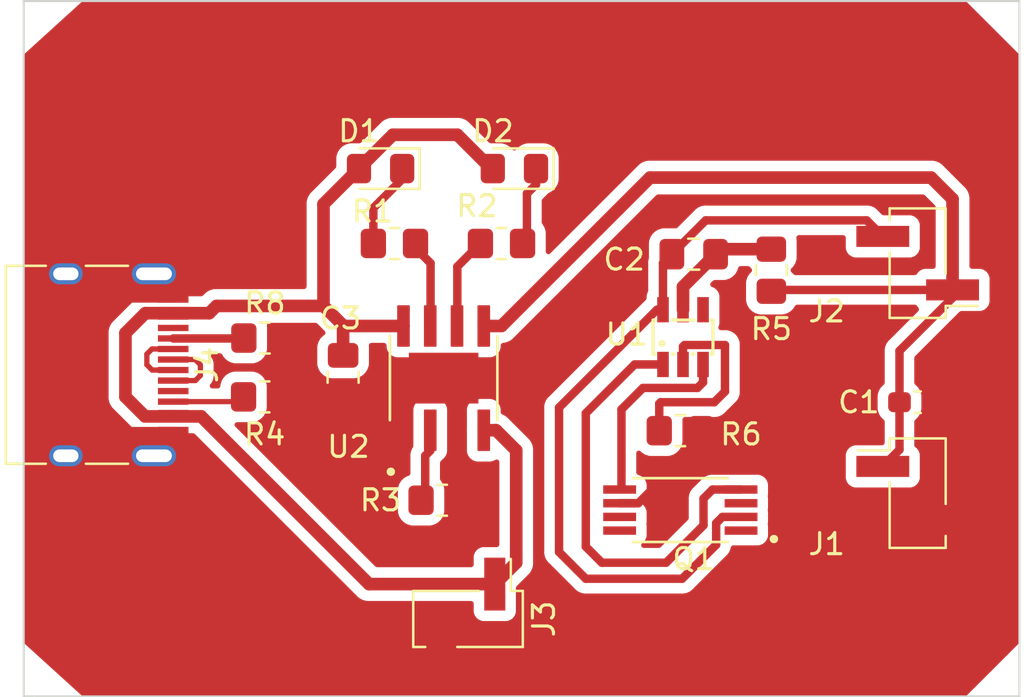
<source format=kicad_pcb>
(kicad_pcb (version 20221018) (generator pcbnew)
  (layers (0 "F.Cu" signal) (31 "B.Cu" signal) (34 "B.Paste" user) (35 "F.Paste" user) (36 "B.SilkS" user "B.Silkscreen") (37 "F.SilkS" user "F.Silkscreen") (38 "B.Mask" user) (39 "F.Mask" user) (44 "Edge.Cuts" user))
  (net 0 "")
  (net 1 "Net-(J1-Pin_1)")
  (net 2 "Net-(U1-VCC)")
  (net 3 "Net-(J2-Pin_2)")
  (net 4 "Net-(D1-K)")
  (net 5 "Net-(D2-K)")
  (net 7 "Net-(U1-OD)")
  (net 8 "Net-(U1-OC)")
  (net 9 "Net-(U2-~{CHRG})")
  (net 10 "Net-(U2-~{STDBY})")
  (net 11 "Net-(U2-PROG)")
  (net 12 "Net-(U1-CS)")
  (net 14 "GND")
  (net 15 "+5V")
  (net 16 "Net-(J4-CC1)")
  (net 17 "Net-(J4-D+-PadA6)")
  (net 18 "Net-(J4-CC2)")
  (net 21 "Net-(J4-D--PadA7)")
  (footprint "Resistor_SMD:R_0805_2012Metric_Pad1.20x1.40mm_HandSolder" (layer "F.Cu") (at 102.53 78.822 -90)
    (fp_text reference "R5" (at 2.794 0 -180) (layer "F.SilkS"))
    (fp_text value "100" hide)
    (fp_line (start -0.227064 -0.735) (end 0.227064 -0.735) (stroke (width 0.12)) (layer "F.SilkS"))
    (fp_line (start -0.227064 0.735) (end 0.227064 0.735) (stroke (width 0.12)) (layer "F.SilkS"))
    (pad "1" smd roundrect (at -1 0 270) (size 1.2 1.4) (layers "F.Cu" "F.Paste" "F.Mask") (roundrect_rratio 0.2083333333) (net 2 "Net-(U1-VCC)"))
    (pad "2" smd roundrect (at 1 0 270) (size 1.2 1.4) (layers "F.Cu" "F.Paste" "F.Mask") (roundrect_rratio 0.2083333333) (net 1 "Net-(J1-Pin_1)"))
  )
  (footprint "Connector_PinHeader_2.54mm:PinHeader_1x02_P2.54mm_Vertical_SMD_Pin1Left" (layer "F.Cu") (at 109.474 78.486 180)
    (fp_text reference "J2" (at 4.318 -2.286 180) (layer "F.SilkS"))
    (fp_text value "1B+2B-")
    (fp_line (start -1.33 -2.6) (end -1.33 -2.03) (stroke (width 0.12)) (layer "F.SilkS"))
    (fp_line (start -1.33 -2.6) (end 1.33 -2.6) (stroke (width 0.12)) (layer "F.SilkS"))
    (fp_line (start -1.33 -2.03) (end -2.85 -2.03) (stroke (width 0.12)) (layer "F.SilkS"))
    (fp_line (start -1.33 -0.51) (end -1.33 2.6) (stroke (width 0.12)) (layer "F.SilkS"))
    (fp_line (start -1.33 2.6) (end 1.33 2.6) (stroke (width 0.12)) (layer "F.SilkS"))
    (fp_line (start 1.33 -2.6) (end 1.33 0.51) (stroke (width 0.12)) (layer "F.SilkS"))
    (fp_line (start 1.33 2.03) (end 1.33 2.6) (stroke (width 0.12)) (layer "F.SilkS"))
    (pad "1" smd rect (at -1.655 -1.27 180) (size 2.51 1) (layers "F.Cu" "F.Paste" "F.Mask") (net 1 "Net-(J1-Pin_1)"))
    (pad "2" smd rect (at 1.655 1.27 180) (size 2.51 1) (layers "F.Cu" "F.Paste" "F.Mask") (net 3 "Net-(J2-Pin_2)"))
  )
  (footprint "Resistor_SMD:R_0805_2012Metric_Pad1.20x1.40mm_HandSolder" (layer "F.Cu") (at 78.486 84.836)
    (fp_text reference "R4" (at 0 1.778) (layer "F.SilkS"))
    (fp_text value "5k1" hide)
    (fp_line (start -0.227064 -0.735) (end 0.227064 -0.735) (stroke (width 0.12)) (layer "F.SilkS"))
    (fp_line (start -0.227064 0.735) (end 0.227064 0.735) (stroke (width 0.12)) (layer "F.SilkS"))
    (pad "1" smd roundrect (at -1 0) (size 1.2 1.4) (layers "F.Cu" "F.Paste" "F.Mask") (roundrect_rratio 0.2083333333) (net 18 "Net-(J4-CC2)"))
    (pad "2" smd roundrect (at 1 0) (size 1.2 1.4) (layers "F.Cu" "F.Paste" "F.Mask") (roundrect_rratio 0.2083333333) (net 14 "GND"))
  )
  (footprint "Resistor_SMD:R_0805_2012Metric_Pad1.20x1.40mm_HandSolder" (layer "F.Cu") (at 78.5 82.042)
    (fp_text reference "R8" (at 0 -1.65) (layer "F.SilkS"))
    (fp_text value "5k1" hide)
    (fp_line (start -0.227064 -0.735) (end 0.227064 -0.735) (stroke (width 0.12)) (layer "F.SilkS"))
    (fp_line (start -0.227064 0.735) (end 0.227064 0.735) (stroke (width 0.12)) (layer "F.SilkS"))
    (pad "1" smd roundrect (at -1 0) (size 1.2 1.4) (layers "F.Cu" "F.Paste" "F.Mask") (roundrect_rratio 0.2083333333) (net 16 "Net-(J4-CC1)"))
    (pad "2" smd roundrect (at 1 0) (size 1.2 1.4) (layers "F.Cu" "F.Paste" "F.Mask") (roundrect_rratio 0.2083333333) (net 14 "GND"))
  )
  (footprint "Resistor_SMD:R_0805_2012Metric_Pad1.20x1.40mm_HandSolder" (layer "F.Cu") (at 89.7255 77.552)
    (fp_text reference "R2" (at -1.1655 -1.778 180) (layer "F.SilkS"))
    (fp_text value "1k" hide)
    (fp_line (start -0.227064 -0.735) (end 0.227064 -0.735) (stroke (width 0.12)) (layer "F.SilkS"))
    (fp_line (start -0.227064 0.735) (end 0.227064 0.735) (stroke (width 0.12)) (layer "F.SilkS"))
    (pad "1" smd roundrect (at -1 0) (size 1.2 1.4) (layers "F.Cu" "F.Paste" "F.Mask") (roundrect_rratio 0.2083333333) (net 10 "Net-(U2-~{STDBY})"))
    (pad "2" smd roundrect (at 1 0) (size 1.2 1.4) (layers "F.Cu" "F.Paste" "F.Mask") (roundrect_rratio 0.2083333333) (net 5 "Net-(D2-K)"))
  )
  (footprint "Resistor_SMD:R_0805_2012Metric_Pad1.20x1.40mm_HandSolder" (layer "F.Cu") (at 84.6455 77.552 180)
    (fp_text reference "R1" (at 1.0385 1.524 180) (layer "F.SilkS"))
    (fp_text value "1k" hide)
    (fp_line (start -0.227064 -0.735) (end 0.227064 -0.735) (stroke (width 0.12)) (layer "F.SilkS"))
    (fp_line (start -0.227064 0.735) (end 0.227064 0.735) (stroke (width 0.12)) (layer "F.SilkS"))
    (pad "1" smd roundrect (at -1 0 180) (size 1.2 1.4) (layers "F.Cu" "F.Paste" "F.Mask") (roundrect_rratio 0.2083333333) (net 9 "Net-(U2-~{CHRG})"))
    (pad "2" smd roundrect (at 1 0 180) (size 1.2 1.4) (layers "F.Cu" "F.Paste" "F.Mask") (roundrect_rratio 0.2083333333) (net 4 "Net-(D1-K)"))
  )
  (footprint "Capacitor_SMD:C_0805_2012Metric_Pad1.18x1.45mm_HandSolder" (layer "F.Cu") (at 82.21 83.902 -90)
    (fp_text reference "C3" (at -2.794 0.127 -180) (layer "F.SilkS"))
    (fp_text value "100n" hide)
    (fp_line (start -0.261252 -0.735) (end 0.261252 -0.735) (stroke (width 0.12)) (layer "F.SilkS"))
    (fp_line (start -0.261252 0.735) (end 0.261252 0.735) (stroke (width 0.12)) (layer "F.SilkS"))
    (pad "1" smd roundrect (at -1.0375 0 270) (size 1.175 1.45) (layers "F.Cu" "F.Paste" "F.Mask") (roundrect_rratio 0.2127659574) (net 15 "+5V"))
    (pad "2" smd roundrect (at 1.0375 0 270) (size 1.175 1.45) (layers "F.Cu" "F.Paste" "F.Mask") (roundrect_rratio 0.2127659574) (net 14 "GND"))
  )
  (footprint "Capacitor_SMD:C_0603_1608Metric_Pad1.08x0.95mm_HandSolder" (layer "F.Cu") (at 109.474 85.09)
    (fp_text reference "C1" (at -2.794 0) (layer "F.SilkS"))
    (fp_text value "10u" hide)
    (fp_line (start -0.146267 -0.51) (end 0.146267 -0.51) (stroke (width 0.12)) (layer "F.SilkS"))
    (fp_line (start -0.146267 0.51) (end 0.146267 0.51) (stroke (width 0.12)) (layer "F.SilkS"))
    (pad "1" smd roundrect (at -0.8625 0) (size 1.075 0.95) (layers "F.Cu" "F.Paste" "F.Mask") (net 1 "Net-(J1-Pin_1)"))
    (pad "2" smd roundrect (at 0.8625 0) (size 1.075 0.95) (layers "F.Cu" "F.Paste" "F.Mask") (net 14 "GND"))
  )
  (footprint "Connector_USB:USB_C_Receptacle_HRO_TYPE-C-31-M-12" (layer "F.Cu") (at 70.104 83.312 -90)
    (fp_text reference "J4" (at 0 -5.645 90) (layer "F.SilkS"))
    (fp_text value "USB_C_Receptacle_USB2.0" hide)
    (fp_line (start -4.7 -1.9) (end -4.7 0.1) (stroke (width 0.12)) (layer "F.SilkS"))
    (fp_line (start -4.7 2) (end -4.7 3.9) (stroke (width 0.12)) (layer "F.SilkS"))
    (fp_line (start -4.7 3.9) (end 4.7 3.9) (stroke (width 0.12)) (layer "F.SilkS"))
    (fp_line (start 4.7 -1.9) (end 4.7 0.1) (stroke (width 0.12)) (layer "F.SilkS"))
    (fp_line (start 4.7 2) (end 4.7 3.9) (stroke (width 0.12)) (layer "F.SilkS"))
    (pad "A1" smd rect (at -3.25 -4.045 270) (size 0.6 1.45) (layers "F.Cu" "F.Paste" "F.Mask") (net 14 "GND"))
    (pad "A4" smd rect (at -2.45 -4.045 270) (size 0.6 1.45) (layers "F.Cu" "F.Paste" "F.Mask") (net 15 "+5V"))
    (pad "A5" smd rect (at -1.25 -4.045 270) (size 0.3 1.45) (layers "F.Cu" "F.Paste" "F.Mask") (net 16 "Net-(J4-CC1)"))
    (pad "A6" smd rect (at -0.25 -4.045 270) (size 0.3 1.45) (layers "F.Cu" "F.Paste" "F.Mask") (net 17 "Net-(J4-D+-PadA6)"))
    (pad "A7" smd rect (at 0.25 -4.045 270) (size 0.3 1.45) (layers "F.Cu" "F.Paste" "F.Mask") (net 21 "Net-(J4-D--PadA7)"))
    (pad "A8" smd rect (at 1.25 -4.045 270) (size 0.3 1.45) (layers "F.Cu" "F.Paste" "F.Mask"))
    (pad "A9" smd rect (at 2.45 -4.045 270) (size 0.6 1.45) (layers "F.Cu" "F.Paste" "F.Mask") (net 15 "+5V"))
    (pad "A12" smd rect (at 3.25 -4.045 270) (size 0.6 1.45) (layers "F.Cu" "F.Paste" "F.Mask") (net 14 "GND"))
    (pad "B1" smd rect (at 3.25 -4.045 270) (size 0.6 1.45) (layers "F.Cu" "F.Paste" "F.Mask") (net 14 "GND"))
    (pad "B4" smd rect (at 2.45 -4.045 270) (size 0.6 1.45) (layers "F.Cu" "F.Paste" "F.Mask") (net 15 "+5V"))
    (pad "B5" smd rect (at 1.75 -4.045 270) (size 0.3 1.45) (layers "F.Cu" "F.Paste" "F.Mask") (net 18 "Net-(J4-CC2)"))
    (pad "B6" smd rect (at 0.75 -4.045 270) (size 0.3 1.45) (layers "F.Cu" "F.Paste" "F.Mask") (net 17 "Net-(J4-D+-PadA6)"))
    (pad "B7" smd rect (at -0.75 -4.045 270) (size 0.3 1.45) (layers "F.Cu" "F.Paste" "F.Mask") (net 21 "Net-(J4-D--PadA7)"))
    (pad "B8" smd rect (at -1.75 -4.045 270) (size 0.3 1.45) (layers "F.Cu" "F.Paste" "F.Mask"))
    (pad "B9" smd rect (at -2.45 -4.045 270) (size 0.6 1.45) (layers "F.Cu" "F.Paste" "F.Mask") (net 15 "+5V"))
    (pad "B12" smd rect (at -3.25 -4.045 270) (size 0.6 1.45) (layers "F.Cu" "F.Paste" "F.Mask") (net 14 "GND"))
    (pad "S1" thru_hole oval (at -4.32 -3.13 270) (size 1 2.1) (drill oval 0.6 1.7) (layers "*.Cu" "*.Mask") (net 14 "GND"))
    (pad "S1" thru_hole oval (at -4.32 1.05 270) (size 1 1.6) (drill oval 0.6 1.2) (layers "*.Cu" "*.Mask") (net 14 "GND"))
    (pad "S1" thru_hole oval (at 4.32 -3.13 270) (size 1 2.1) (drill oval 0.6 1.7) (layers "*.Cu" "*.Mask") (net 14 "GND"))
    (pad "S1" thru_hole oval (at 4.32 1.05 270) (size 1 1.6) (drill oval 0.6 1.2) (layers "*.Cu" "*.Mask") (net 14 "GND"))
  )
  (footprint "LED_SMD:LED_0805_2012Metric_Pad1.15x1.40mm_HandSolder" (layer "F.Cu") (at 83.988 73.996 180)
    (fp_text reference "D1" (at 1.025 1.778) (layer "F.SilkS"))
    (fp_text value "LED" hide)
    (fp_line (start -1.86 -0.96) (end -1.86 0.96) (stroke (width 0.12)) (layer "F.SilkS"))
    (fp_line (start -1.86 0.96) (end 1 0.96) (stroke (width 0.12)) (layer "F.SilkS"))
    (fp_line (start 1 -0.96) (end -1.86 -0.96) (stroke (width 0.12)) (layer "F.SilkS"))
    (pad "1" smd roundrect (at -1.025 0 180) (size 1.15 1.4) (layers "F.Cu" "F.Paste" "F.Mask") (roundrect_rratio 0.2173913043) (net 4 "Net-(D1-K)"))
    (pad "2" smd roundrect (at 1.025 0 180) (size 1.15 1.4) (layers "F.Cu" "F.Paste" "F.Mask") (roundrect_rratio 0.2173913043) (net 15 "+5V"))
  )
  (footprint "tp4050_footprt:SOP127P600X175-9N" (layer "F.Cu") (at 86.98 83.945 90)
    (fp_text reference "U2" (at -3.259 -4.516 180) (layer "F.SilkS"))
    (fp_text value "TP4056" hide)
    (fp_line (start -2 -2.55) (end 2 -2.55) (stroke (width 0.127)) (layer "F.SilkS"))
    (fp_line (start -2 2.55) (end 2 2.55) (stroke (width 0.127)) (layer "F.SilkS"))
    (fp_circle (center -4.445 -2.505) (end -4.345 -2.505) (stroke (width 0.2)) (fill none) (layer "F.SilkS"))
    (pad "1" smd roundrect (at -2.475 -1.905 90) (size 1.97 0.6) (layers "F.Cu" "F.Paste" "F.Mask") (roundrect_rratio 0.07) (net 14 "GND"))
    (pad "2" smd roundrect (at -2.475 -0.635 90) (size 1.97 0.6) (layers "F.Cu" "F.Paste" "F.Mask") (roundrect_rratio 0.07) (net 11 "Net-(U2-PROG)"))
    (pad "3" smd roundrect (at -2.475 0.635 90) (size 1.97 0.6) (layers "F.Cu" "F.Paste" "F.Mask") (roundrect_rratio 0.07) (net 14 "GND"))
    (pad "4" smd roundrect (at -2.475 1.905 90) (size 1.97 0.6) (layers "F.Cu" "F.Paste" "F.Mask") (roundrect_rratio 0.07) (net 15 "+5V"))
    (pad "5" smd roundrect (at 2.475 1.905 90) (size 1.97 0.6) (layers "F.Cu" "F.Paste" "F.Mask") (roundrect_rratio 0.07) (net 1 "Net-(J1-Pin_1)"))
    (pad "6" smd roundrect (at 2.475 0.635 90) (size 1.97 0.6) (layers "F.Cu" "F.Paste" "F.Mask") (roundrect_rratio 0.07) (net 10 "Net-(U2-~{STDBY})"))
    (pad "7" smd roundrect (at 2.475 -0.635 90) (size 1.97 0.6) (layers "F.Cu" "F.Paste" "F.Mask") (roundrect_rratio 0.07) (net 9 "Net-(U2-~{CHRG})"))
    (pad "8" smd roundrect (at 2.475 -1.905 90) (size 1.97 0.6) (layers "F.Cu" "F.Paste" "F.Mask") (roundrect_rratio 0.07) (net 15 "+5V"))
    (pad "9" smd rect (at 0 0 90) (size 2.413 3.302) (layers "F.Cu" "F.Mask") (net 14 "GND"))
  )
  (footprint "LED_SMD:LED_0805_2012Metric_Pad1.15x1.40mm_HandSolder" (layer "F.Cu") (at 90.338 73.996 180)
    (fp_text reference "D2" (at 1.016 1.778 180) (layer "F.SilkS"))
    (fp_text value "LED" hide)
    (fp_line (start -1.86 -0.96) (end -1.86 0.96) (stroke (width 0.12)) (layer "F.SilkS"))
    (fp_line (start -1.86 0.96) (end 1 0.96) (stroke (width 0.12)) (layer "F.SilkS"))
    (fp_line (start 1 -0.96) (end -1.86 -0.96) (stroke (width 0.12)) (layer "F.SilkS"))
    (pad "1" smd roundrect (at -1.025 0 180) (size 1.15 1.4) (layers "F.Cu" "F.Paste" "F.Mask") (roundrect_rratio 0.2173913043) (net 5 "Net-(D2-K)"))
    (pad "2" smd roundrect (at 1.025 0 180) (size 1.15 1.4) (layers "F.Cu" "F.Paste" "F.Mask") (roundrect_rratio 0.2173913043) (net 15 "+5V"))
  )
  (footprint "Connector_PinHeader_2.54mm:PinHeader_1x02_P2.54mm_Vertical_SMD_Pin1Left" (layer "F.Cu") (at 88.138 95.381 -90)
    (fp_text reference "J3" (at 0 -3.6 90) (layer "F.SilkS"))
    (fp_text value "+-")
    (fp_line (start -1.33 -2.6) (end -1.33 -2.03) (stroke (width 0.12)) (layer "F.SilkS"))
    (fp_line (start -1.33 -2.6) (end 1.33 -2.6) (stroke (width 0.12)) (layer "F.SilkS"))
    (fp_line (start -1.33 -2.03) (end -2.85 -2.03) (stroke (width 0.12)) (layer "F.SilkS"))
    (fp_line (start -1.33 -0.51) (end -1.33 2.6) (stroke (width 0.12)) (layer "F.SilkS"))
    (fp_line (start -1.33 2.6) (end 1.33 2.6) (stroke (width 0.12)) (layer "F.SilkS"))
    (fp_line (start 1.33 -2.6) (end 1.33 0.51) (stroke (width 0.12)) (layer "F.SilkS"))
    (fp_line (start 1.33 2.03) (end 1.33 2.6) (stroke (width 0.12)) (layer "F.SilkS"))
    (pad "1" smd rect (at -1.655 -1.27 270) (size 2.51 1) (layers "F.Cu" "F.Paste" "F.Mask") (net 15 "+5V"))
    (pad "2" smd rect (at 1.655 1.27 270) (size 2.51 1) (layers "F.Cu" "F.Paste" "F.Mask") (net 14 "GND"))
  )
  (footprint "Resistor_SMD:R_0805_2012Metric_Pad1.20x1.40mm_HandSolder" (layer "F.Cu") (at 98.212 86.442)
    (fp_text reference "R6" (at 2.88 0.172) (layer "F.SilkS"))
    (fp_text value "1k" hide)
    (fp_line (start -0.227064 -0.735) (end 0.227064 -0.735) (stroke (width 0.12)) (layer "F.SilkS"))
    (fp_line (start -0.227064 0.735) (end 0.227064 0.735) (stroke (width 0.12)) (layer "F.SilkS"))
    (pad "1" smd roundrect (at -1 0) (size 1.2 1.4) (layers "F.Cu" "F.Paste" "F.Mask") (roundrect_rratio 0.2083333333) (net 12 "Net-(U1-CS)"))
    (pad "2" smd roundrect (at 1 0) (size 1.2 1.4) (layers "F.Cu" "F.Paste" "F.Mask") (roundrect_rratio 0.2083333333) (net 14 "GND"))
  )
  (footprint "fs8205a_footprt:SOP65P640X120-8N" (layer "F.Cu") (at 98.212 90.211 180)
    (fp_text reference "Q1" (at -0.635 -2.327) (layer "F.SilkS"))
    (fp_text value "FS8205A" hide)
    (fp_line (start -2.25 -1.515) (end 2.25 -1.515) (stroke (width 0.127)) (layer "F.SilkS"))
    (fp_line (start -2.25 1.515) (end 2.25 1.515) (stroke (width 0.127)) (layer "F.SilkS"))
    (fp_circle (center -4.44 -1.375) (end -4.34 -1.375) (stroke (width 0.2)) (fill none) (layer "F.SilkS"))
    (pad "1" smd roundrect (at -2.88 -0.975 180) (size 1.56 0.4) (layers "F.Cu" "F.Paste" "F.Mask") (roundrect_rratio 0.05))
    (pad "2" smd roundrect (at -2.88 -0.325 180) (size 1.56 0.4) (layers "F.Cu" "F.Paste" "F.Mask") (roundrect_rratio 0.05) (net 3 "Net-(J2-Pin_2)"))
    (pad "3" smd roundrect (at -2.88 0.325 180) (size 1.56 0.4) (layers "F.Cu" "F.Paste" "F.Mask") (roundrect_rratio 0.05))
    (pad "4" smd roundrect (at -2.88 0.975 180) (size 1.56 0.4) (layers "F.Cu" "F.Paste" "F.Mask") (roundrect_rratio 0.05) (net 7 "Net-(U1-OD)"))
    (pad "5" smd roundrect (at 2.88 0.975 180) (size 1.56 0.4) (layers "F.Cu" "F.Paste" "F.Mask") (roundrect_rratio 0.05) (net 8 "Net-(U1-OC)"))
    (pad "6" smd roundrect (at 2.88 0.325 180) (size 1.56 0.4) (layers "F.Cu" "F.Paste" "F.Mask") (roundrect_rratio 0.05) (net 14 "GND"))
    (pad "7" smd roundrect (at 2.88 -0.325 180) (size 1.56 0.4) (layers "F.Cu" "F.Paste" "F.Mask") (roundrect_rratio 0.05))
    (pad "8" smd roundrect (at 2.88 -0.975 180) (size 1.56 0.4) (layers "F.Cu" "F.Paste" "F.Mask") (roundrect_rratio 0.05))
  )
  (footprint "Connector_PinHeader_2.54mm:PinHeader_1x02_P2.54mm_Vertical_SMD_Pin1Left" (layer "F.Cu") (at 109.474 89.408)
    (fp_text reference "J1" (at -4.318 2.417 180) (layer "F.SilkS"))
    (fp_text value "1OUT+2OUT- ")
    (fp_line (start -1.33 -2.6) (end -1.33 -2.03) (stroke (width 0.12)) (layer "F.SilkS"))
    (fp_line (start -1.33 -2.6) (end 1.33 -2.6) (stroke (width 0.12)) (layer "F.SilkS"))
    (fp_line (start -1.33 -2.03) (end -2.85 -2.03) (stroke (width 0.12)) (layer "F.SilkS"))
    (fp_line (start -1.33 -0.51) (end -1.33 2.6) (stroke (width 0.12)) (layer "F.SilkS"))
    (fp_line (start -1.33 2.6) (end 1.33 2.6) (stroke (width 0.12)) (layer "F.SilkS"))
    (fp_line (start 1.33 -2.6) (end 1.33 0.51) (stroke (width 0.12)) (layer "F.SilkS"))
    (fp_line (start 1.33 2.03) (end 1.33 2.6) (stroke (width 0.12)) (layer "F.SilkS"))
    (pad "1" smd rect (at -1.655 -1.27) (size 2.51 1) (layers "F.Cu" "F.Paste" "F.Mask") (net 1 "Net-(J1-Pin_1)"))
    (pad "2" smd rect (at 1.655 1.27) (size 2.51 1) (layers "F.Cu" "F.Paste" "F.Mask") (net 14 "GND"))
  )
  (footprint "dw01a_footprt:SOT23-6" (layer "F.Cu") (at 98.339 81.997)
    (fp_text reference "U1" (at -2.667 -0.127) (layer "F.SilkS"))
    (fp_text value "DW01A" hide)
    (fp_line (start -1.422 -0.81) (end -1.328 -0.81) (stroke (width 0.1524)) (layer "F.SilkS"))
    (fp_line (start -1.422 0.81) (end -1.422 -0.81) (stroke (width 0.1524)) (layer "F.SilkS"))
    (fp_line (start -1.328 0.81) (end -1.422 0.81) (stroke (width 0.1524)) (layer "F.SilkS"))
    (fp_line (start -0.522 -0.81) (end 0.522 -0.81) (stroke (width 0.1524)) (layer "F.SilkS"))
    (fp_line (start -0.428 0.81) (end -0.522 0.81) (stroke (width 0.1524)) (layer "F.SilkS"))
    (fp_line (start 0.522 0.81) (end 0.428 0.81) (stroke (width 0.1524)) (layer "F.SilkS"))
    (fp_line (start 1.328 -0.81) (end 1.422 -0.81) (stroke (width 0.1524)) (layer "F.SilkS"))
    (fp_line (start 1.422 -0.81) (end 1.422 0.81) (stroke (width 0.1524)) (layer "F.SilkS"))
    (fp_line (start 1.422 0.81) (end 1.328 0.81) (stroke (width 0.1524)) (layer "F.SilkS"))
    (fp_circle (center -1 0.3) (end -0.9 0.3) (stroke (width 0.127)) (fill none) (layer "F.SilkS"))
    (pad "1" smd rect (at -0.95 1.3) (size 0.55 1.2) (layers "F.Cu" "F.Paste" "F.Mask") (net 7 "Net-(U1-OD)"))
    (pad "2" smd rect (at 0 1.3) (size 0.55 1.2) (layers "F.Cu" "F.Paste" "F.Mask") (net 12 "Net-(U1-CS)"))
    (pad "3" smd rect (at 0.95 1.3) (size 0.55 1.2) (layers "F.Cu" "F.Paste" "F.Mask") (net 8 "Net-(U1-OC)"))
    (pad "4" smd rect (at 0.95 -1.3) (size 0.55 1.2) (layers "F.Cu" "F.Paste" "F.Mask"))
    (pad "5" smd rect (at 0 -1.3) (size 0.55 1.2) (layers "F.Cu" "F.Paste" "F.Mask") (net 2 "Net-(U1-VCC)"))
    (pad "6" smd rect (at -0.95 -1.3) (size 0.55 1.2) (layers "F.Cu" "F.Paste" "F.Mask") (net 3 "Net-(J2-Pin_2)"))
  )
  (footprint "Capacitor_SMD:C_0805_2012Metric_Pad1.18x1.45mm_HandSolder" (layer "F.Cu") (at 98.847 78.06 180)
    (fp_text reference "C2" (at 3.302 -0.254) (layer "F.SilkS"))
    (fp_text value "100n" hide)
    (fp_line (start -0.261252 -0.735) (end 0.261252 -0.735) (stroke (width 0.12)) (layer "F.SilkS"))
    (fp_line (start -0.261252 0.735) (end 0.261252 0.735) (stroke (width 0.12)) (layer "F.SilkS"))
    (pad "1" smd roundrect (at -1.0375 0 180) (size 1.175 1.45) (layers "F.Cu" "F.Paste" "F.Mask") (roundrect_rratio 0.2127659574) (net 2 "Net-(U1-VCC)"))
    (pad "2" smd roundrect (at 1.0375 0 180) (size 1.175 1.45) (layers "F.Cu" "F.Paste" "F.Mask") (roundrect_rratio 0.2127659574) (net 3 "Net-(J2-Pin_2)"))
  )
  (footprint "Resistor_SMD:R_0805_2012Metric_Pad1.20x1.40mm_HandSolder" (layer "F.Cu") (at 86.909 89.744)
    (fp_text reference "R3" (at -2.921 0) (layer "F.SilkS"))
    (fp_text value "1k2" hide)
    (fp_line (start -0.227064 -0.735) (end 0.227064 -0.735) (stroke (width 0.12)) (layer "F.SilkS"))
    (fp_line (start -0.227064 0.735) (end 0.227064 0.735) (stroke (width 0.12)) (layer "F.SilkS"))
    (pad "1" smd roundrect (at -1 0) (size 1.2 1.4) (layers "F.Cu" "F.Paste" "F.Mask") (roundrect_rratio 0.2083333333) (net 11 "Net-(U2-PROG)"))
    (pad "2" smd roundrect (at 1 0) (size 1.2 1.4) (layers "F.Cu" "F.Paste" "F.Mask") (roundrect_rratio 0.2083333333) (net 14 "GND"))
  )
  (gr_line (start 114.3 66.04) (end 114.3 99.06) (stroke (width 0.1)) (layer "Edge.Cuts"))
  (gr_line (start 67.564 99.06) (end 67.056 99.06) (stroke (width 0.1)) (layer "Edge.Cuts"))
  (gr_line (start 114.3 99.06) (end 67.564 99.06) (stroke (width 0.1)) (layer "Edge.Cuts"))
  (gr_line (start 67.056 68.58) (end 67.056 66.04) (stroke (width 0.1)) (layer "Edge.Cuts"))
  (gr_line (start 67.564 66.04) (end 114.3 66.04) (stroke (width 0.1)) (layer "Edge.Cuts"))
  (gr_line (start 67.564 66.04) (end 67.056 66.04) (stroke (width 0.1)) (layer "Edge.Cuts"))
  (gr_line (start 67.056 99.06) (end 67.056 68.58) (stroke (width 0.1)) (layer "Edge.Cuts"))
  (segment (start 111.129 80.133) (end 108.6115 82.6505) (width 0.4) (layer "F.Cu") (net 1))
  (segment (start 108.6115 87.3455) (end 107.819 88.138) (width 0.4) (layer "F.Cu") (net 1))
  (segment (start 102.596 79.756) (end 102.53 79.822) (width 0.4) (layer "F.Cu") (net 1))
  (segment (start 108.6115 82.6505) (end 108.6115 85.09) (width 0.4) (layer "F.Cu") (net 1))
  (segment (start 111.129 79.756) (end 111.129 80.133) (width 0.4) (layer "F.Cu") (net 1))
  (segment (start 110.109 74.422) (end 111.129 75.442) (width 0.6) (layer "F.Cu") (net 1))
  (segment (start 88.885 81.47) (end 89.726 81.47) (width 0.6) (layer "F.Cu") (net 1))
  (segment (start 111.129 75.442) (end 111.129 79.756) (width 0.6) (layer "F.Cu") (net 1))
  (segment (start 108.6115 85.09) (end 108.6115 87.3455) (width 0.4) (layer "F.Cu") (net 1))
  (segment (start 96.774 74.422) (end 110.109 74.422) (width 0.6) (layer "F.Cu") (net 1))
  (segment (start 111.129 79.756) (end 102.596 79.756) (width 0.4) (layer "F.Cu") (net 1))
  (segment (start 89.726 81.47) (end 96.774 74.422) (width 0.6) (layer "F.Cu") (net 1))
  (segment (start 98.339 79.6055) (end 98.339 80.697) (width 0.6) (layer "F.Cu") (net 2))
  (segment (start 100.1225 77.822) (end 99.8845 78.06) (width 0.6) (layer "F.Cu") (net 2))
  (segment (start 102.53 77.822) (end 100.1225 77.822) (width 0.6) (layer "F.Cu") (net 2))
  (segment (start 99.8845 78.06) (end 98.339 79.6055) (width 0.6) (layer "F.Cu") (net 2))
  (segment (start 92.456 92.202) (end 93.726 93.472) (width 0.4) (layer "F.Cu") (net 3))
  (segment (start 99.4155 76.454) (end 107.057 76.454) (width 0.4) (layer "F.Cu") (net 3))
  (segment (start 97.8095 78.06) (end 99.4155 76.454) (width 0.4) (layer "F.Cu") (net 3))
  (segment (start 97.103 80.697) (end 92.456 85.344) (width 0.4) (layer "F.Cu") (net 3))
  (segment (start 97.8095 78.06) (end 97.389 78.4805) (width 0.4) (layer "F.Cu") (net 3))
  (segment (start 97.389 78.4805) (end 97.389 80.697) (width 0.4) (layer "F.Cu") (net 3))
  (segment (start 93.726 93.472) (end 98.298 93.472) (width 0.4) (layer "F.Cu") (net 3))
  (segment (start 99.912 91.858) (end 99.912 90.83203) (width 0.4) (layer "F.Cu") (net 3))
  (segment (start 99.912 90.83203) (end 100.20803 90.536) (width 0.4) (layer "F.Cu") (net 3))
  (segment (start 100.20803 90.536) (end 101.092 90.536) (width 0.4) (layer "F.Cu") (net 3))
  (segment (start 92.456 85.344) (end 92.456 92.202) (width 0.4) (layer "F.Cu") (net 3))
  (segment (start 97.389 80.697) (end 97.103 80.697) (width 0.4) (layer "F.Cu") (net 3))
  (segment (start 107.057 76.454) (end 107.819 77.216) (width 0.4) (layer "F.Cu") (net 3))
  (segment (start 98.298 93.472) (end 99.912 91.858) (width 0.4) (layer "F.Cu") (net 3))
  (segment (start 83.6455 75.8665) (end 85.013 74.499) (width 0.4) (layer "F.Cu") (net 4))
  (segment (start 85.013 74.499) (end 85.013 73.996) (width 0.4) (layer "F.Cu") (net 4))
  (segment (start 83.6455 77.552) (end 83.6455 75.8665) (width 0.4) (layer "F.Cu") (net 4))
  (segment (start 91.363 74.753) (end 90.932 75.184) (width 0.4) (layer "F.Cu") (net 5))
  (segment (start 90.932 75.184) (end 90.932 77.3455) (width 0.4) (layer "F.Cu") (net 5))
  (segment (start 91.363 73.996) (end 91.363 74.753) (width 0.4) (layer "F.Cu") (net 5))
  (segment (start 90.932 77.3455) (end 90.7255 77.552) (width 0.4) (layer "F.Cu") (net 5))
  (segment (start 94.488 92.71) (end 97.536 92.71) (width 0.4) (layer "F.Cu") (net 7))
  (segment (start 93.726 85.613538) (end 93.726 91.948) (width 0.4) (layer "F.Cu") (net 7))
  (segment (start 99.312 90.934) (end 99.312 89.664) (width 0.4) (layer "F.Cu") (net 7))
  (segment (start 96.042538 83.297) (end 93.726 85.613538) (width 0.4) (layer "F.Cu") (net 7))
  (segment (start 99.312 89.664) (end 99.74 89.236) (width 0.4) (layer "F.Cu") (net 7))
  (segment (start 99.74 89.236) (end 101.092 89.236) (width 0.4) (layer "F.Cu") (net 7))
  (segment (start 93.726 91.948) (end 94.488 92.71) (width 0.4) (layer "F.Cu") (net 7))
  (segment (start 97.536 92.71) (end 99.312 90.934) (width 0.4) (layer "F.Cu") (net 7))
  (segment (start 97.389 83.297) (end 96.042538 83.297) (width 0.4) (layer "F.Cu") (net 7))
  (segment (start 99.026 84.41) (end 96.438 84.41) (width 0.4) (layer "F.Cu") (net 8))
  (segment (start 95.418 89.15) (end 95.332 89.236) (width 0.25) (layer "F.Cu") (net 8))
  (segment (start 99.289 83.297) (end 99.289 84.147) (width 0.4) (layer "F.Cu") (net 8))
  (segment (start 99.289 84.147) (end 99.026 84.41) (width 0.4) (layer "F.Cu") (net 8))
  (segment (start 95.418 85.43) (end 95.418 89.15) (width 0.4) (layer "F.Cu") (net 8))
  (segment (start 96.438 84.41) (end 95.418 85.43) (width 0.4) (layer "F.Cu") (net 8))
  (segment (start 86.36 81.455) (end 86.345 81.47) (width 0.4) (layer "F.Cu") (net 9))
  (segment (start 85.6455 77.7715) (end 86.36 78.486) (width 0.4) (layer "F.Cu") (net 9))
  (segment (start 86.36 78.486) (end 86.36 81.455) (width 0.4) (layer "F.Cu") (net 9))
  (segment (start 85.6455 77.552) (end 85.6455 77.7715) (width 0.4) (layer "F.Cu") (net 9))
  (segment (start 87.63 78.6475) (end 87.63 81.455) (width 0.4) (layer "F.Cu") (net 10))
  (segment (start 88.7255 77.552) (end 87.63 78.6475) (width 0.4) (layer "F.Cu") (net 10))
  (segment (start 87.63 81.455) (end 87.615 81.47) (width 0.4) (layer "F.Cu") (net 10))
  (segment (start 86.345 87.391) (end 86.106 87.63) (width 0.4) (layer "F.Cu") (net 11))
  (segment (start 86.345 86.42) (end 86.345 87.391) (width 0.4) (layer "F.Cu") (net 11))
  (segment (start 86.106 89.547) (end 85.909 89.744) (width 0.4) (layer "F.Cu") (net 11))
  (segment (start 86.106 87.63) (end 86.106 89.547) (width 0.4) (layer "F.Cu") (net 11))
  (segment (start 98.339 83.297) (end 98.339 82.447) (width 0.4) (layer "F.Cu") (net 12))
  (segment (start 98.339 82.447) (end 98.414 82.372) (width 0.4) (layer "F.Cu") (net 12))
  (segment (start 100.33 82.372) (end 100.33 84.582) (width 0.4) (layer "F.Cu") (net 12))
  (segment (start 98.414 82.372) (end 100.33 82.372) (width 0.4) (layer "F.Cu") (net 12))
  (segment (start 100.33 84.582) (end 99.822 85.09) (width 0.4) (layer "F.Cu") (net 12))
  (segment (start 99.822 85.09) (end 97.278 85.09) (width 0.4) (layer "F.Cu") (net 12))
  (segment (start 97.212 85.156) (end 97.212 86.442) (width 0.4) (layer "F.Cu") (net 12))
  (segment (start 97.278 85.09) (end 97.212 85.156) (width 0.4) (layer "F.Cu") (net 12))
  (segment (start 71.576 80.062) (end 70.612 81.026) (width 0.6) (layer "F.Cu") (net 14))
  (segment (start 87.122 91.186) (end 83.566 91.186) (width 0.4) (layer "F.Cu") (net 14))
  (segment (start 86.98 83.945) (end 87.615 84.58) (width 0.6) (layer "F.Cu") (net 14))
  (segment (start 87.909 89.744) (end 87.909 90.399) (width 0.4) (layer "F.Cu") (net 14))
  (segment (start 87.615 89.45) (end 87.909 89.744) (width 0.4) (layer "F.Cu") (net 14))
  (segment (start 87.615 86.42) (end 87.615 89.45) (width 0.4) (layer "F.Cu") (net 14))
  (segment (start 70.612 81.026) (end 70.612 85.852) (width 0.6) (layer "F.Cu") (net 14))
  (segment (start 82.21 89.83) (end 82.21 84.9395) (width 0.4) (layer "F.Cu") (net 14))
  (segment (start 87.909 90.399) (end 87.122 91.186) (width 0.4) (layer "F.Cu") (net 14))
  (segment (start 99.212 86.88997) (end 99.212 86.442) (width 0.4) (layer "F.Cu") (net 14))
  (segment (start 71.322 86.562) (end 74.149 86.562) (width 0.6) (layer "F.Cu") (net 14))
  (segment (start 87.615 84.58) (end 87.615 86.42) (width 0.6) (layer "F.Cu") (net 14))
  (segment (start 70.612 85.852) (end 71.322 86.562) (width 0.6) (layer "F.Cu") (net 14))
  (segment (start 96.21597 89.886) (end 99.212 86.88997) (width 0.4) (layer "F.Cu") (net 14))
  (segment (start 83.566 91.186) (end 82.21 89.83) (width 0.4) (layer "F.Cu") (net 14))
  (segment (start 74.149 80.062) (end 71.576 80.062) (width 0.6) (layer "F.Cu") (net 14))
  (segment (start 95.332 89.886) (end 96.21597 89.886) (width 0.4) (layer "F.Cu") (net 14))
  (segment (start 82.232 81.47) (end 82.21 81.448) (width 0.6) (layer "F.Cu") (net 15))
  (segment (start 75.474 85.762) (end 74.149 85.762) (width 0.6) (layer "F.Cu") (net 15))
  (segment (start 81.28 75.679) (end 81.28 80.518) (width 0.6) (layer "F.Cu") (net 15))
  (segment (start 82.21 82.8645) (end 82.21 81.448) (width 0.6) (layer "F.Cu") (net 15))
  (segment (start 84.569 72.39) (end 87.63 72.39) (width 0.6) (layer "F.Cu") (net 15))
  (segment (start 74.149 80.862) (end 72.824 80.862) (width 0.6) (layer "F.Cu") (net 15))
  (segment (start 72.808 85.762) (end 74.149 85.762) (width 0.6) (layer "F.Cu") (net 15))
  (segment (start 83.438 93.726) (end 75.474 85.762) (width 0.6) (layer "F.Cu") (net 15))
  (segment (start 89.408 93.726) (end 83.438 93.726) (width 0.6) (layer "F.Cu") (net 15))
  (segment (start 85.075 81.47) (end 82.232 81.47) (width 0.6) (layer "F.Cu") (net 15))
  (segment (start 89.236 73.996) (end 89.313 73.996) (width 0.6) (layer "F.Cu") (net 15))
  (segment (start 87.63 72.39) (end 89.236 73.996) (width 0.6) (layer "F.Cu") (net 15))
  (segment (start 82.21 81.448) (end 81.28 80.518) (width 0.6) (layer "F.Cu") (net 15))
  (segment (start 81.28 80.518) (end 76.2 80.518) (width 0.6) (layer "F.Cu") (net 15))
  (segment (start 71.882 84.836) (end 72.808 85.762) (width 0.6) (layer "F.Cu") (net 15))
  (segment (start 88.885 86.42) (end 89.468 86.42) (width 0.6) (layer "F.Cu") (net 15))
  (segment (start 90.424 92.71) (end 89.408 93.726) (width 0.6) (layer "F.Cu") (net 15))
  (segment (start 72.824 80.862) (end 71.882 81.804) (width 0.6) (layer "F.Cu") (net 15))
  (segment (start 90.424 87.376) (end 90.424 92.71) (width 0.6) (layer "F.Cu") (net 15))
  (segment (start 71.882 81.804) (end 71.882 84.836) (width 0.6) (layer "F.Cu") (net 15))
  (segment (start 75.856 80.862) (end 74.149 80.862) (width 0.6) (layer "F.Cu") (net 15))
  (segment (start 76.2 80.518) (end 75.856 80.862) (width 0.6) (layer "F.Cu") (net 15))
  (segment (start 82.963 73.996) (end 84.569 72.39) (width 0.6) (layer "F.Cu") (net 15))
  (segment (start 89.468 86.42) (end 90.424 87.376) (width 0.6) (layer "F.Cu") (net 15))
  (segment (start 82.963 73.996) (end 81.28 75.679) (width 0.6) (layer "F.Cu") (net 15))
  (segment (start 77.48 82.062) (end 77.5 82.042) (width 0.25) (layer "F.Cu") (net 16))
  (segment (start 74.149 82.062) (end 77.48 82.062) (width 0.4) (layer "F.Cu") (net 16))
  (segment (start 74.149 83.062) (end 75.188 83.062) (width 0.25) (layer "F.Cu") (net 17))
  (segment (start 75.438 83.82) (end 75.196 84.062) (width 0.25) (layer "F.Cu") (net 17))
  (segment (start 75.196 84.062) (end 74.149 84.062) (width 0.25) (layer "F.Cu") (net 17))
  (segment (start 75.438 83.312) (end 75.438 83.82) (width 0.25) (layer "F.Cu") (net 17))
  (segment (start 75.188 83.062) (end 75.438 83.312) (width 0.25) (layer "F.Cu") (net 17))
  (segment (start 74.149 85.062) (end 77.26 85.062) (width 0.25) (layer "F.Cu") (net 18))
  (segment (start 77.26 85.062) (end 77.486 84.836) (width 0.25) (layer "F.Cu") (net 18))
  (segment (start 72.898 82.804) (end 72.898 83.312) (width 0.25) (layer "F.Cu") (net 21))
  (segment (start 74.149 82.562) (end 73.14 82.562) (width 0.25) (layer "F.Cu") (net 21))
  (segment (start 73.14 82.562) (end 72.898 82.804) (width 0.25) (layer "F.Cu") (net 21))
  (segment (start 72.898 83.312) (end 73.148 83.562) (width 0.25) (layer "F.Cu") (net 21))
  (segment (start 73.148 83.562) (end 74.149 83.562) (width 0.25) (layer "F.Cu") (net 21))
  (zone (net 14) (net_name "GND") (layer "F.Cu") (connect_pads yes (clearance 0.5)) (min_thickness 0.25) (fill yes (thermal_gap 0.5) (thermal_bridge_width 0.5))
    (polygon (pts (xy 67.056 68.58) (xy 69.85 66.04) (xy 111.76 66.04) (xy 114.3 68.58) (xy 114.3 96.52) (xy 111.76 99.06) (xy 69.85 99.06) (xy 67.056 96.52)))
  )
)
</source>
